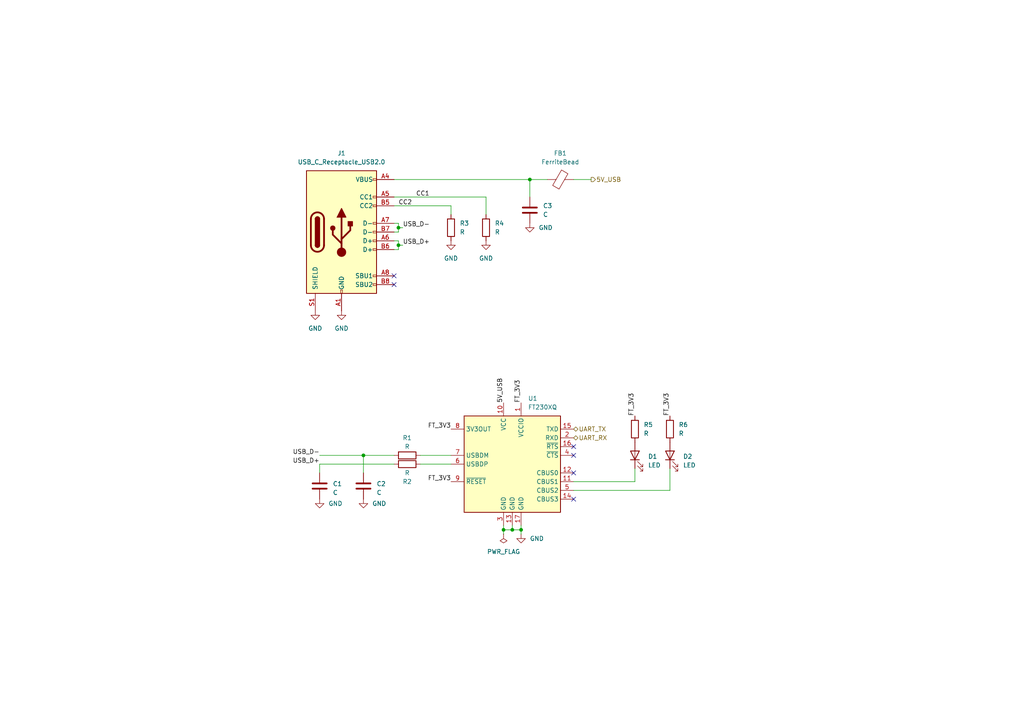
<source format=kicad_sch>
(kicad_sch (version 20221206) (generator eeschema)
  (paper "A4")
  (title_block (title "USB Connector"))
  (lib_symbols
    (symbol "Connector:USB_C_Receptacle_USB2.0" (pin_names (offset 1.016))
      (property "Reference" "J" (at -10.16 19.05 0))
      (property "Value" "USB_C_Receptacle_USB2.0" (at 19.05 19.05 0))
      (symbol "USB_C_Receptacle_USB2.0_0_0"
        (rectangle (start -0.254 -17.78) (end 0.254 -16.764))
        (rectangle (start 10.16 -14.986) (end 9.144 -15.494))
        (rectangle (start 10.16 -12.446) (end 9.144 -12.954))
        (rectangle (start 10.16 -4.826) (end 9.144 -5.334))
        (rectangle (start 10.16 -2.286) (end 9.144 -2.794))
        (rectangle (start 10.16 0.254) (end 9.144 -0.254))
        (rectangle (start 10.16 2.794) (end 9.144 2.286))
        (rectangle (start 10.16 7.874) (end 9.144 7.366))
        (rectangle (start 10.16 10.414) (end 9.144 9.906))
        (rectangle (start 10.16 15.494) (end 9.144 14.986))
      )
      (symbol "USB_C_Receptacle_USB2.0_0_1"
        (rectangle (start -10.16 17.78) (end 10.16 -17.78) (stroke (width 0.254)) (fill (type background)))
        (arc (start -8.89 -3.81) (mid -6.985 -5.7067) (end -5.08 -3.81) (stroke (width 0.508)))
        (arc (start -7.62 -3.81) (mid -6.985 -4.4423) (end -6.35 -3.81) (stroke (width 0.254)))
        (arc (start -7.62 -3.81) (mid -6.985 -4.4423) (end -6.35 -3.81) (stroke (width 0.254)) (fill (type outline)))
        (rectangle (start -7.62 -3.81) (end -6.35 3.81) (stroke (width 0.254)) (fill (type outline)))
        (arc (start -6.35 3.81) (mid -6.985 4.4423) (end -7.62 3.81) (stroke (width 0.254)))
        (arc (start -6.35 3.81) (mid -6.985 4.4423) (end -7.62 3.81) (stroke (width 0.254)) (fill (type outline)))
        (arc (start -5.08 3.81) (mid -6.985 5.7067) (end -8.89 3.81) (stroke (width 0.508)))
        (circle (center -2.54 1.143) (radius 0.635) (stroke (width 0.254)) (fill (type outline)))
        (circle (center 0 -5.842) (radius 1.27) (fill (type outline)))
        (polyline (pts (xy -8.89 -3.81) (xy -8.89 3.81)) (stroke (width 0.508)))
        (polyline (pts (xy -5.08 3.81) (xy -5.08 -3.81)) (stroke (width 0.508)))
        (polyline (pts (xy 0 -5.842) (xy 0 4.318)) (stroke (width 0.508)))
        (polyline (pts (xy 0 -3.302) (xy -2.54 -0.762) (xy -2.54 0.508)) (stroke (width 0.508)))
        (polyline (pts (xy 0 -2.032) (xy 2.54 0.508) (xy 2.54 1.778)) (stroke (width 0.508)))
        (polyline (pts (xy -1.27 4.318) (xy 0 6.858) (xy 1.27 4.318) (xy -1.27 4.318)) (stroke (width 0.254)) (fill (type outline)))
        (rectangle (start 1.905 1.778) (end 3.175 3.048) (stroke (width 0.254)) (fill (type outline)))
      )
      (symbol "USB_C_Receptacle_USB2.0_1_1"
        (pin passive line (at 0 -22.86 90) (length 5.08) (name "GND") (number "A1"))
        (pin passive line (at 0 -22.86 90) (length 5.08) hide (name "GND") (number "A12"))
        (pin passive line (at 15.24 15.24 180) (length 5.08) (name "VBUS") (number "A4"))
        (pin bidirectional line (at 15.24 10.16 180) (length 5.08) (name "CC1") (number "A5"))
        (pin bidirectional line (at 15.24 -2.54 180) (length 5.08) (name "D+") (number "A6"))
        (pin bidirectional line (at 15.24 2.54 180) (length 5.08) (name "D-") (number "A7"))
        (pin bidirectional line (at 15.24 -12.7 180) (length 5.08) (name "SBU1") (number "A8"))
        (pin passive line (at 15.24 15.24 180) (length 5.08) hide (name "VBUS") (number "A9"))
        (pin passive line (at 0 -22.86 90) (length 5.08) hide (name "GND") (number "B1"))
        (pin passive line (at 0 -22.86 90) (length 5.08) hide (name "GND") (number "B12"))
        (pin passive line (at 15.24 15.24 180) (length 5.08) hide (name "VBUS") (number "B4"))
        (pin bidirectional line (at 15.24 7.62 180) (length 5.08) (name "CC2") (number "B5"))
        (pin bidirectional line (at 15.24 -5.08 180) (length 5.08) (name "D+") (number "B6"))
        (pin bidirectional line (at 15.24 0 180) (length 5.08) (name "D-") (number "B7"))
        (pin bidirectional line (at 15.24 -15.24 180) (length 5.08) (name "SBU2") (number "B8"))
        (pin passive line (at 15.24 15.24 180) (length 5.08) hide (name "VBUS") (number "B9"))
        (pin passive line (at -7.62 -22.86 90) (length 5.08) (name "SHIELD") (number "S1"))
      )
    )
    (symbol "Device:C" (pin_numbers hide) (pin_names (offset 0.254))
      (property "Reference" "C" (at 0.635 2.54 0))
      (property "Value" "C" (at 0.635 -2.54 0))
      (symbol "C_0_1"
        (polyline (pts (xy -2.032 -0.762) (xy 2.032 -0.762)) (stroke (width 0.508)))
        (polyline (pts (xy -2.032 0.762) (xy 2.032 0.762)) (stroke (width 0.508)))
      )
      (symbol "C_1_1"
        (pin passive line (at 0 3.81 270) (length 2.794) (name "~") (number "1"))
        (pin passive line (at 0 -3.81 90) (length 2.794) (name "~") (number "2"))
      )
    )
    (symbol "Device:FerriteBead" (pin_numbers hide) (pin_names (offset 0))
      (property "Reference" "FB" (at -3.81 0.635 90))
      (property "Value" "FerriteBead" (at 3.81 0 90))
      (symbol "FerriteBead_0_1"
        (polyline (pts (xy 0 -1.27) (xy 0 -1.2192)))
        (polyline (pts (xy 0 1.27) (xy 0 1.2954)))
        (polyline (pts (xy -2.7686 0.4064) (xy -1.7018 2.2606) (xy 2.7686 -0.3048) (xy 1.6764 -2.159) (xy -2.7686 0.4064)))
      )
      (symbol "FerriteBead_1_1"
        (pin passive line (at 0 3.81 270) (length 2.54) (name "~") (number "1"))
        (pin passive line (at 0 -3.81 90) (length 2.54) (name "~") (number "2"))
      )
    )
    (symbol "Device:LED" (pin_numbers hide) (pin_names (offset 1.016) hide)
      (property "Reference" "D" (at 0 2.54 0))
      (property "Value" "LED" (at 0 -2.54 0))
      (symbol "LED_0_1"
        (polyline (pts (xy -1.27 -1.27) (xy -1.27 1.27)) (stroke (width 0.254)))
        (polyline (pts (xy -1.27 0) (xy 1.27 0)))
        (polyline (pts (xy 1.27 -1.27) (xy 1.27 1.27) (xy -1.27 0) (xy 1.27 -1.27)) (stroke (width 0.254)))
        (polyline (pts (xy -3.048 -0.762) (xy -4.572 -2.286) (xy -3.81 -2.286) (xy -4.572 -2.286) (xy -4.572 -1.524)))
        (polyline (pts (xy -1.778 -0.762) (xy -3.302 -2.286) (xy -2.54 -2.286) (xy -3.302 -2.286) (xy -3.302 -1.524)))
      )
      (symbol "LED_1_1"
        (pin passive line (at -3.81 0 0) (length 2.54) (name "K") (number "1"))
        (pin passive line (at 3.81 0 180) (length 2.54) (name "A") (number "2"))
      )
    )
    (symbol "Device:R" (pin_numbers hide) (pin_names (offset 0))
      (property "Reference" "R" (at 2.032 0 90))
      (property "Value" "R" (at 0 0 90))
      (symbol "R_0_1"
        (rectangle (start -1.016 -2.54) (end 1.016 2.54) (stroke (width 0.254)))
      )
      (symbol "R_1_1"
        (pin passive line (at 0 3.81 270) (length 1.27) (name "~") (number "1"))
        (pin passive line (at 0 -3.81 90) (length 1.27) (name "~") (number "2"))
      )
    )
    (symbol "Interface_USB:FT230XQ"
      (property "Reference" "U" (at -13.97 15.24 0))
      (property "Value" "FT230XQ" (at 7.62 15.24 0))
      (symbol "FT230XQ_0_1"
        (rectangle (start -13.97 13.97) (end 13.97 -13.97) (stroke (width 0.254)) (fill (type background)))
      )
      (symbol "FT230XQ_1_1"
        (pin power_in line (at 2.54 17.78 270) (length 3.81) (name "VCCIO") (number "1"))
        (pin power_in line (at -2.54 17.78 270) (length 3.81) (name "VCC") (number "10"))
        (pin bidirectional line (at 17.78 -5.08 180) (length 3.81) (name "CBUS1") (number "11"))
        (pin bidirectional line (at 17.78 -2.54 180) (length 3.81) (name "CBUS0") (number "12"))
        (pin power_in line (at 0 -17.78 90) (length 3.81) (name "GND") (number "13"))
        (pin bidirectional line (at 17.78 -10.16 180) (length 3.81) (name "CBUS3") (number "14"))
        (pin output line (at 17.78 10.16 180) (length 3.81) (name "TXD") (number "15"))
        (pin output line (at 17.78 5.08 180) (length 3.81) (name "~{RTS}") (number "16"))
        (pin power_in line (at 2.54 -17.78 90) (length 3.81) (name "GND") (number "17"))
        (pin input line (at 17.78 7.62 180) (length 3.81) (name "RXD") (number "2"))
        (pin power_in line (at -2.54 -17.78 90) (length 3.81) (name "GND") (number "3"))
        (pin input line (at 17.78 2.54 180) (length 3.81) (name "~{CTS}") (number "4"))
        (pin bidirectional line (at 17.78 -7.62 180) (length 3.81) (name "CBUS2") (number "5"))
        (pin bidirectional line (at -17.78 0 0) (length 3.81) (name "USBDP") (number "6"))
        (pin bidirectional line (at -17.78 2.54 0) (length 3.81) (name "USBDM") (number "7"))
        (pin power_out line (at -17.78 10.16 0) (length 3.81) (name "3V3OUT") (number "8"))
        (pin input line (at -17.78 -5.08 0) (length 3.81) (name "~{RESET}") (number "9"))
      )
    )
    (symbol "power:GND" (power) (pin_names (offset 0))
      (property "Value" "GND" (at 0 -3.81 0))
      (symbol "GND_0_1"
        (polyline (pts (xy 0 0) (xy 0 -1.27) (xy 1.27 -1.27) (xy 0 -2.54) (xy -1.27 -1.27) (xy 0 -1.27)))
      )
      (symbol "GND_1_1"
        (pin power_in line (at 0 0 270) (length 0) hide (name "GND") (number "1"))
      )
    )
    (symbol "power:PWR_FLAG" (power) (pin_numbers hide) (pin_names (offset 0) hide)
      (property "Value" "PWR_FLAG" (at 0 3.81 0))
      (symbol "PWR_FLAG_0_0"
        (pin power_out line (at 0 0 90) (length 0) (name "pwr") (number "1"))
      )
      (symbol "PWR_FLAG_0_1"
        (polyline (pts (xy 0 0) (xy 0 1.27) (xy -1.016 1.905) (xy 0 2.54) (xy 1.016 1.905) (xy 0 1.27)))
      )
    )
  )
  (junction (at 105.41 132.08))
  (junction (at 148.59 153.67))
  (junction (at 115.57 66.04))
  (junction (at 151.13 153.67))
  (junction (at 153.67 52.07))
  (junction (at 115.57 71.12))
  (junction (at 146.05 153.67))
  (no_connect (at 114.3 80.01))
  (no_connect (at 166.37 129.54))
  (no_connect (at 166.37 137.16))
  (no_connect (at 114.3 82.55))
  (no_connect (at 166.37 144.78))
  (no_connect (at 166.37 132.08))
  (wire (pts (xy 114.3 69.85) (xy 115.57 69.85)))
  (wire (pts (xy 146.05 153.67) (xy 148.59 153.67)))
  (wire (pts (xy 114.3 134.62) (xy 92.71 134.62)))
  (wire (pts (xy 130.81 62.23) (xy 130.81 59.69)))
  (wire (pts (xy 148.59 152.4) (xy 148.59 153.67)))
  (wire (pts (xy 121.92 132.08) (xy 130.81 132.08)))
  (wire (pts (xy 140.97 57.15) (xy 140.97 62.23)))
  (wire (pts (xy 92.71 134.62) (xy 92.71 137.16)))
  (wire (pts (xy 115.57 66.04) (xy 116.84 66.04)))
  (wire (pts (xy 115.57 64.77) (xy 114.3 64.77)))
  (wire (pts (xy 114.3 132.08) (xy 105.41 132.08)))
  (wire (pts (xy 92.71 132.08) (xy 105.41 132.08)))
  (wire (pts (xy 146.05 152.4) (xy 146.05 153.67)))
  (wire (pts (xy 153.67 52.07) (xy 158.75 52.07)))
  (wire (pts (xy 151.13 153.67) (xy 151.13 152.4)))
  (wire (pts (xy 166.37 52.07) (xy 171.45 52.07)))
  (wire (pts (xy 115.57 71.12) (xy 115.57 72.39)))
  (wire (pts (xy 166.37 142.24) (xy 194.31 142.24)))
  (wire (pts (xy 114.3 52.07) (xy 153.67 52.07)))
  (wire (pts (xy 121.92 134.62) (xy 130.81 134.62)))
  (wire (pts (xy 146.05 153.67) (xy 146.05 154.94)))
  (wire (pts (xy 151.13 153.67) (xy 151.13 154.94)))
  (wire (pts (xy 194.31 142.24) (xy 194.31 135.89)))
  (wire (pts (xy 153.67 57.15) (xy 153.67 52.07)))
  (wire (pts (xy 115.57 64.77) (xy 115.57 66.04)))
  (wire (pts (xy 115.57 71.12) (xy 116.84 71.12)))
  (wire (pts (xy 184.15 139.7) (xy 184.15 135.89)))
  (wire (pts (xy 115.57 66.04) (xy 115.57 67.31)))
  (wire (pts (xy 105.41 132.08) (xy 105.41 137.16)))
  (wire (pts (xy 166.37 139.7) (xy 184.15 139.7)))
  (wire (pts (xy 148.59 153.67) (xy 151.13 153.67)))
  (wire (pts (xy 114.3 57.15) (xy 140.97 57.15)))
  (wire (pts (xy 114.3 72.39) (xy 115.57 72.39)))
  (wire (pts (xy 114.3 59.69) (xy 130.81 59.69)))
  (wire (pts (xy 115.57 69.85) (xy 115.57 71.12)))
  (wire (pts (xy 114.3 67.31) (xy 115.57 67.31)))
  (label "FT_3V3" (at 184.15 120.65 90))
  (label "USB_D+" (at 92.71 134.62 180))
  (label "FT_3V3" (at 194.31 120.65 90))
  (label "USB_D-" (at 116.84 66.04 0))
  (label "FT_3V3" (at 151.13 116.84 90))
  (label "CC1" (at 120.65 57.15 0))
  (label "USB_D+" (at 116.84 71.12 0))
  (label "FT_3V3" (at 130.81 124.46 180))
  (label "CC2" (at 115.57 59.69 0))
  (label "5V_USB" (at 146.05 116.84 90))
  (label "USB_D-" (at 92.71 132.08 180))
  (label "FT_3V3" (at 130.81 139.7 180))
  (hierarchical_label "5V_USB" (shape output) (at 171.45 52.07 0))
  (hierarchical_label "UART_TX" (shape bidirectional) (at 166.37 124.46 0))
  (hierarchical_label "UART_RX" (shape bidirectional) (at 166.37 127 0))
  (symbol (lib_id "power:GND") (at 151.13 154.94 0) (unit 1)
    (property "Reference" "#PWR0102" (effects hide))
    (property "Value" "GND" (at 153.67 156.2099 0) (effects (justify left)))
  )
  (symbol (lib_id "Device:LED") (at 184.15 132.08 90) (unit 1)
    (property "Reference" "D1" (at 187.96 132.3974 90) (effects (justify right)))
    (property "Value" "LED" (at 187.96 134.9374 90) (effects (justify right)))
    (property "Footprint" "LED_SMD:LED_0603_1608Metric" (effects hide))
  )
  (symbol (lib_id "power:GND") (at 99.06 90.17 0) (unit 1)
    (property "Reference" "#PWR0107" (effects hide))
    (property "Value" "GND" (at 99.06 95.25 0))
  )
  (symbol (lib_id "power:GND") (at 91.44 90.17 0) (unit 1)
    (property "Reference" "#PWR0108" (effects hide))
    (property "Value" "GND" (at 91.44 95.25 0))
  )
  (symbol (lib_id "Device:FerriteBead") (at 162.56 52.07 90) (unit 1)
    (property "Reference" "FB1" (at 162.5092 44.45 90))
    (property "Value" "FerriteBead" (at 162.5092 46.99 90))
    (property "Footprint" "Resistor_SMD:R_0805_2012Metric" (effects hide))
  )
  (symbol (lib_id "power:GND") (at 153.67 64.77 0) (unit 1)
    (property "Reference" "#PWR0109" (effects hide))
    (property "Value" "GND" (at 156.21 66.0399 0) (effects (justify left)))
  )
  (symbol (lib_id "Interface_USB:FT230XQ") (at 148.59 134.62 0) (unit 1)
    (property "Reference" "U1" (at 153.1494 115.57 0) (effects (justify left)))
    (property "Value" "FT230XQ" (at 153.1494 118.11 0) (effects (justify left)))
    (property "Footprint" "Package_DFN_QFN:QFN-16-1EP_4x4mm_P0.65mm_EP2.1x2.1mm" (effects hide))
    (property "Datasheet" "https://www.ftdichip.com/Support/Documents/DataSheets/ICs/DS_FT230X.pdf" (effects hide))
  )
  (symbol (lib_id "Device:R") (at 118.11 132.08 90) (unit 1)
    (property "Reference" "R1" (at 118.11 127 90))
    (property "Value" "R" (at 118.11 129.54 90))
    (property "Footprint" "Resistor_SMD:R_0603_1608Metric" (effects hide))
  )
  (symbol (lib_id "Device:R") (at 118.11 134.62 270) (unit 1)
    (property "Reference" "R2" (at 118.11 139.7 90))
    (property "Value" "R" (at 118.11 137.16 90))
    (property "Footprint" "Resistor_SMD:R_0603_1608Metric" (effects hide))
  )
  (symbol (lib_id "power:GND") (at 130.81 69.85 0) (unit 1)
    (property "Reference" "#PWR0106" (effects hide))
    (property "Value" "GND" (at 130.81 74.93 0))
  )
  (symbol (lib_id "Device:C") (at 105.41 140.97 0) (unit 1)
    (property "Reference" "C2" (at 109.22 140.335 0) (effects (justify left)))
    (property "Value" "C" (at 109.22 142.875 0) (effects (justify left)))
    (property "Footprint" "Capacitor_SMD:C_0603_1608Metric" (effects hide))
  )
  (symbol (lib_id "Connector:USB_C_Receptacle_USB2.0") (at 99.06 67.31 0) (unit 1)
    (property "Reference" "J1" (at 99.06 44.45 0))
    (property "Value" "USB_C_Receptacle_USB2.0" (at 99.06 46.99 0))
    (property "Footprint" "Skyward library:USB4105-GF-A" (effects hide))
    (property "Datasheet" "https://www.usb.org/sites/default/files/documents/usb_type-c.zip" (effects hide))
  )
  (symbol (lib_id "Device:R") (at 184.15 124.46 0) (unit 1)
    (property "Reference" "R5" (at 186.69 123.1899 0) (effects (justify left)))
    (property "Value" "R" (at 186.69 125.7299 0) (effects (justify left)))
    (property "Footprint" "Resistor_SMD:R_0603_1608Metric" (effects hide))
  )
  (symbol (lib_id "Device:LED") (at 194.31 132.08 90) (unit 1)
    (property "Reference" "D2" (at 198.12 132.3974 90) (effects (justify right)))
    (property "Value" "LED" (at 198.12 134.9374 90) (effects (justify right)))
    (property "Footprint" "LED_SMD:LED_0603_1608Metric" (effects hide))
  )
  (symbol (lib_id "power:GND") (at 92.71 144.78 0) (unit 1)
    (property "Reference" "#PWR0103" (effects hide))
    (property "Value" "GND" (at 95.25 146.0499 0) (effects (justify left)))
  )
  (symbol (lib_id "Device:R") (at 140.97 66.04 180) (unit 1)
    (property "Reference" "R4" (at 143.51 64.7699 0) (effects (justify right)))
    (property "Value" "R" (at 143.51 67.3099 0) (effects (justify right)))
    (property "Footprint" "Resistor_SMD:R_0603_1608Metric" (effects hide))
  )
  (symbol (lib_id "power:GND") (at 105.41 144.78 0) (unit 1)
    (property "Reference" "#PWR0104" (effects hide))
    (property "Value" "GND" (at 107.95 146.0499 0) (effects (justify left)))
  )
  (symbol (lib_id "power:GND") (at 140.97 69.85 0) (unit 1)
    (property "Reference" "#PWR0105" (effects hide))
    (property "Value" "GND" (at 140.97 74.93 0))
  )
  (symbol (lib_id "Device:C") (at 92.71 140.97 0) (unit 1)
    (property "Reference" "C1" (at 96.52 140.335 0) (effects (justify left)))
    (property "Value" "C" (at 96.52 142.875 0) (effects (justify left)))
    (property "Footprint" "Capacitor_SMD:C_0603_1608Metric" (effects hide))
  )
  (symbol (lib_id "Device:R") (at 194.31 124.46 0) (unit 1)
    (property "Reference" "R6" (at 196.85 123.1899 0) (effects (justify left)))
    (property "Value" "R" (at 196.85 125.7299 0) (effects (justify left)))
    (property "Footprint" "Resistor_SMD:R_0603_1608Metric" (effects hide))
  )
  (symbol (lib_id "Device:C") (at 153.67 60.96 0) (unit 1)
    (property "Reference" "C3" (at 157.48 59.6899 0) (effects (justify left)))
    (property "Value" "C" (at 157.48 62.2299 0) (effects (justify left)))
    (property "Footprint" "Capacitor_SMD:C_0603_1608Metric" (effects hide))
  )
  (symbol (lib_id "power:PWR_FLAG") (at 146.05 154.94 180) (unit 1)
    (property "Reference" "#FLG0101" (effects hide))
    (property "Value" "PWR_FLAG" (at 146.05 160.02 0))
  )
  (symbol (lib_id "Device:R") (at 130.81 66.04 0) (unit 1)
    (property "Reference" "R3" (at 133.35 64.7699 0) (effects (justify left)))
    (property "Value" "R" (at 133.35 67.3099 0) (effects (justify left)))
    (property "Footprint" "Resistor_SMD:R_0603_1608Metric" (effects hide))
  )
)
</source>
